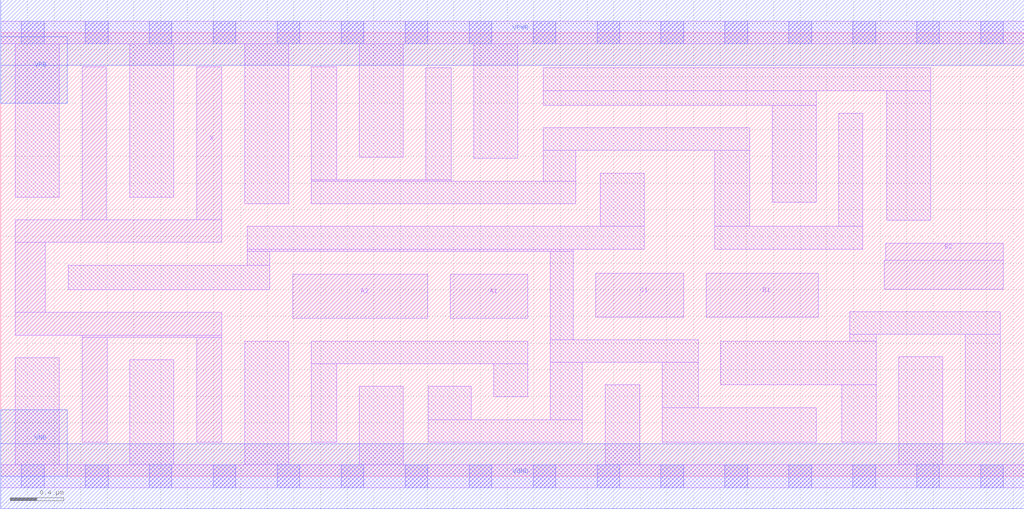
<source format=lef>
# Copyright 2020 The SkyWater PDK Authors
#
# Licensed under the Apache License, Version 2.0 (the "License");
# you may not use this file except in compliance with the License.
# You may obtain a copy of the License at
#
#     https://www.apache.org/licenses/LICENSE-2.0
#
# Unless required by applicable law or agreed to in writing, software
# distributed under the License is distributed on an "AS IS" BASIS,
# WITHOUT WARRANTIES OR CONDITIONS OF ANY KIND, either express or implied.
# See the License for the specific language governing permissions and
# limitations under the License.
#
# SPDX-License-Identifier: Apache-2.0

VERSION 5.5 ;
NAMESCASESENSITIVE ON ;
BUSBITCHARS "[]" ;
DIVIDERCHAR "/" ;
MACRO sky130_fd_sc_lp__a221o_4
  CLASS CORE ;
  SOURCE USER ;
  ORIGIN  0.000000  0.000000 ;
  SIZE  7.680000 BY  3.330000 ;
  SYMMETRY X Y R90 ;
  SITE unit ;
  PIN A1
    ANTENNAGATEAREA  0.630000 ;
    DIRECTION INPUT ;
    USE SIGNAL ;
    PORT
      LAYER li1 ;
        RECT 3.375000 1.185000 3.955000 1.515000 ;
    END
  END A1
  PIN A2
    ANTENNAGATEAREA  0.630000 ;
    DIRECTION INPUT ;
    USE SIGNAL ;
    PORT
      LAYER li1 ;
        RECT 2.190000 1.185000 3.205000 1.515000 ;
    END
  END A2
  PIN B1
    ANTENNAGATEAREA  0.630000 ;
    DIRECTION INPUT ;
    USE SIGNAL ;
    PORT
      LAYER li1 ;
        RECT 5.295000 1.195000 6.135000 1.525000 ;
    END
  END B1
  PIN B2
    ANTENNAGATEAREA  0.630000 ;
    DIRECTION INPUT ;
    USE SIGNAL ;
    PORT
      LAYER li1 ;
        RECT 6.630000 1.405000 7.525000 1.620000 ;
        RECT 6.640000 1.620000 7.525000 1.750000 ;
    END
  END B2
  PIN C1
    ANTENNAGATEAREA  0.630000 ;
    DIRECTION INPUT ;
    USE SIGNAL ;
    PORT
      LAYER li1 ;
        RECT 4.465000 1.195000 5.125000 1.525000 ;
    END
  END C1
  PIN X
    ANTENNADIFFAREA  1.176000 ;
    DIRECTION OUTPUT ;
    USE SIGNAL ;
    PORT
      LAYER li1 ;
        RECT 0.110000 1.060000 1.660000 1.230000 ;
        RECT 0.110000 1.230000 0.335000 1.755000 ;
        RECT 0.110000 1.755000 1.660000 1.925000 ;
        RECT 0.610000 0.255000 0.800000 1.045000 ;
        RECT 0.610000 1.045000 1.660000 1.060000 ;
        RECT 0.610000 1.925000 0.790000 3.075000 ;
        RECT 1.470000 0.255000 1.660000 1.045000 ;
        RECT 1.470000 1.925000 1.660000 3.075000 ;
    END
  END X
  PIN VGND
    DIRECTION INOUT ;
    USE GROUND ;
    PORT
      LAYER met1 ;
        RECT 0.000000 -0.245000 7.680000 0.245000 ;
    END
  END VGND
  PIN VNB
    DIRECTION INOUT ;
    USE GROUND ;
    PORT
      LAYER met1 ;
        RECT 0.000000 0.000000 0.500000 0.500000 ;
    END
  END VNB
  PIN VPB
    DIRECTION INOUT ;
    USE POWER ;
    PORT
      LAYER met1 ;
        RECT 0.000000 2.800000 0.500000 3.300000 ;
    END
  END VPB
  PIN VPWR
    DIRECTION INOUT ;
    USE POWER ;
    PORT
      LAYER met1 ;
        RECT 0.000000 3.085000 7.680000 3.575000 ;
    END
  END VPWR
  OBS
    LAYER li1 ;
      RECT 0.000000 -0.085000 7.680000 0.085000 ;
      RECT 0.000000  3.245000 7.680000 3.415000 ;
      RECT 0.110000  0.085000 0.440000 0.890000 ;
      RECT 0.110000  2.095000 0.440000 3.245000 ;
      RECT 0.505000  1.400000 2.020000 1.585000 ;
      RECT 0.970000  0.085000 1.300000 0.875000 ;
      RECT 0.970000  2.095000 1.300000 3.245000 ;
      RECT 1.830000  0.085000 2.160000 1.015000 ;
      RECT 1.830000  2.045000 2.160000 3.245000 ;
      RECT 1.850000  1.585000 2.020000 1.690000 ;
      RECT 1.850000  1.690000 4.295000 1.705000 ;
      RECT 1.850000  1.705000 4.830000 1.875000 ;
      RECT 2.330000  0.255000 2.520000 0.845000 ;
      RECT 2.330000  0.845000 3.955000 1.015000 ;
      RECT 2.330000  2.045000 4.315000 2.215000 ;
      RECT 2.330000  2.215000 3.380000 2.225000 ;
      RECT 2.330000  2.225000 2.520000 3.075000 ;
      RECT 2.690000  0.085000 3.020000 0.675000 ;
      RECT 2.690000  2.395000 3.020000 3.245000 ;
      RECT 3.190000  2.225000 3.380000 3.065000 ;
      RECT 3.210000  0.255000 4.365000 0.425000 ;
      RECT 3.210000  0.425000 3.530000 0.675000 ;
      RECT 3.550000  2.385000 3.880000 3.245000 ;
      RECT 3.700000  0.595000 3.955000 0.845000 ;
      RECT 4.070000  2.215000 4.315000 2.445000 ;
      RECT 4.070000  2.445000 5.620000 2.615000 ;
      RECT 4.070000  2.785000 6.120000 2.895000 ;
      RECT 4.070000  2.895000 6.980000 3.065000 ;
      RECT 4.125000  0.425000 4.365000 0.855000 ;
      RECT 4.125000  0.855000 5.235000 1.025000 ;
      RECT 4.125000  1.025000 4.295000 1.690000 ;
      RECT 4.500000  1.875000 4.830000 2.275000 ;
      RECT 4.535000  0.085000 4.795000 0.685000 ;
      RECT 4.965000  0.255000 6.120000 0.515000 ;
      RECT 4.965000  0.515000 5.235000 0.855000 ;
      RECT 5.360000  1.705000 6.470000 1.875000 ;
      RECT 5.360000  1.875000 5.620000 2.445000 ;
      RECT 5.405000  0.685000 6.570000 1.015000 ;
      RECT 5.790000  2.055000 6.120000 2.785000 ;
      RECT 6.290000  1.875000 6.470000 2.725000 ;
      RECT 6.310000  0.255000 6.570000 0.685000 ;
      RECT 6.370000  1.015000 6.570000 1.065000 ;
      RECT 6.370000  1.065000 7.500000 1.235000 ;
      RECT 6.650000  1.920000 6.980000 2.895000 ;
      RECT 6.740000  0.085000 7.070000 0.895000 ;
      RECT 7.240000  0.255000 7.500000 1.065000 ;
    LAYER mcon ;
      RECT 0.155000 -0.085000 0.325000 0.085000 ;
      RECT 0.155000  3.245000 0.325000 3.415000 ;
      RECT 0.635000 -0.085000 0.805000 0.085000 ;
      RECT 0.635000  3.245000 0.805000 3.415000 ;
      RECT 1.115000 -0.085000 1.285000 0.085000 ;
      RECT 1.115000  3.245000 1.285000 3.415000 ;
      RECT 1.595000 -0.085000 1.765000 0.085000 ;
      RECT 1.595000  3.245000 1.765000 3.415000 ;
      RECT 2.075000 -0.085000 2.245000 0.085000 ;
      RECT 2.075000  3.245000 2.245000 3.415000 ;
      RECT 2.555000 -0.085000 2.725000 0.085000 ;
      RECT 2.555000  3.245000 2.725000 3.415000 ;
      RECT 3.035000 -0.085000 3.205000 0.085000 ;
      RECT 3.035000  3.245000 3.205000 3.415000 ;
      RECT 3.515000 -0.085000 3.685000 0.085000 ;
      RECT 3.515000  3.245000 3.685000 3.415000 ;
      RECT 3.995000 -0.085000 4.165000 0.085000 ;
      RECT 3.995000  3.245000 4.165000 3.415000 ;
      RECT 4.475000 -0.085000 4.645000 0.085000 ;
      RECT 4.475000  3.245000 4.645000 3.415000 ;
      RECT 4.955000 -0.085000 5.125000 0.085000 ;
      RECT 4.955000  3.245000 5.125000 3.415000 ;
      RECT 5.435000 -0.085000 5.605000 0.085000 ;
      RECT 5.435000  3.245000 5.605000 3.415000 ;
      RECT 5.915000 -0.085000 6.085000 0.085000 ;
      RECT 5.915000  3.245000 6.085000 3.415000 ;
      RECT 6.395000 -0.085000 6.565000 0.085000 ;
      RECT 6.395000  3.245000 6.565000 3.415000 ;
      RECT 6.875000 -0.085000 7.045000 0.085000 ;
      RECT 6.875000  3.245000 7.045000 3.415000 ;
      RECT 7.355000 -0.085000 7.525000 0.085000 ;
      RECT 7.355000  3.245000 7.525000 3.415000 ;
  END
END sky130_fd_sc_lp__a221o_4

</source>
